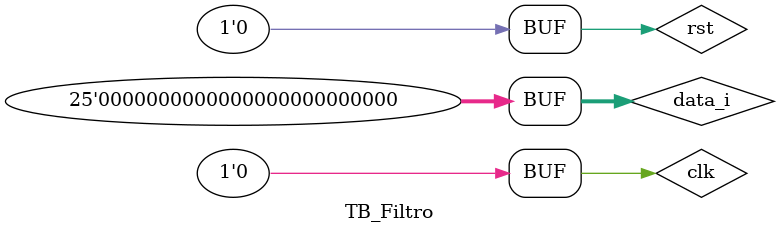
<source format=v>
`timescale 1ns / 1ps


module TB_Filtro;

	// Inputs
	reg [24:0] data_i;
	reg clk;
	reg rst;

	// Outputs
	wire [24:0] dato_o;

	// Instantiate the Unit Under Test (UUT)
	filter_opt_top uut (
		.data_i(data_i), 
		.clk(clk), 
		.rst(rst), 
		.dato_o(dato_o)
	);

	initial begin
		// Initialize Inputs
		data_i = 0;
		clk = 0;
		rst = 0;

		// Wait 100 ns for global reset to finish
		#100;
        
		// Add stimulus here

	end
      
endmodule


</source>
